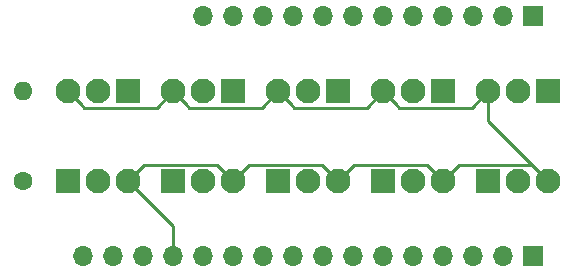
<source format=gbr>
G04 #@! TF.GenerationSoftware,KiCad,Pcbnew,5.1.5-52549c5~84~ubuntu18.04.1*
G04 #@! TF.CreationDate,2020-02-04T21:08:12-05:00*
G04 #@! TF.ProjectId,FeatherWing_KC5,46656174-6865-4725-9769-6e675f4b4335,rev?*
G04 #@! TF.SameCoordinates,Original*
G04 #@! TF.FileFunction,Copper,L2,Bot*
G04 #@! TF.FilePolarity,Positive*
%FSLAX46Y46*%
G04 Gerber Fmt 4.6, Leading zero omitted, Abs format (unit mm)*
G04 Created by KiCad (PCBNEW 5.1.5-52549c5~84~ubuntu18.04.1) date 2020-02-04 21:08:12*
%MOMM*%
%LPD*%
G04 APERTURE LIST*
%ADD10O,1.600000X1.600000*%
%ADD11C,1.600000*%
%ADD12C,2.100000*%
%ADD13R,2.100000X2.100000*%
%ADD14O,1.700000X1.700000*%
%ADD15R,1.700000X1.700000*%
%ADD16C,0.250000*%
G04 APERTURE END LIST*
D10*
X26670000Y-33020000D03*
D11*
X26670000Y-40640000D03*
D12*
X30480000Y-33020000D03*
X33020000Y-33020000D03*
D13*
X35560000Y-33020000D03*
D12*
X39370000Y-33020000D03*
X41910000Y-33020000D03*
D13*
X44450000Y-33020000D03*
D12*
X48260000Y-33020000D03*
X50800000Y-33020000D03*
D13*
X53340000Y-33020000D03*
D12*
X66040000Y-33020000D03*
X68580000Y-33020000D03*
D13*
X71120000Y-33020000D03*
D12*
X57150000Y-33020000D03*
X59690000Y-33020000D03*
D13*
X62230000Y-33020000D03*
D12*
X71120000Y-40640000D03*
X68580000Y-40640000D03*
D13*
X66040000Y-40640000D03*
D12*
X62230000Y-40640000D03*
X59690000Y-40640000D03*
D13*
X57150000Y-40640000D03*
D12*
X53340000Y-40640000D03*
X50800000Y-40640000D03*
D13*
X48260000Y-40640000D03*
D12*
X44450000Y-40640000D03*
X41910000Y-40640000D03*
D13*
X39370000Y-40640000D03*
D12*
X35560000Y-40640000D03*
X33020000Y-40640000D03*
D13*
X30480000Y-40640000D03*
D14*
X31750000Y-46990000D03*
X34290000Y-46990000D03*
X36830000Y-46990000D03*
X39370000Y-46990000D03*
X41910000Y-46990000D03*
X44450000Y-46990000D03*
X46990000Y-46990000D03*
X49530000Y-46990000D03*
X52070000Y-46990000D03*
X54610000Y-46990000D03*
X57150000Y-46990000D03*
X59690000Y-46990000D03*
X62230000Y-46990000D03*
X64770000Y-46990000D03*
X67310000Y-46990000D03*
D15*
X69850000Y-46990000D03*
D14*
X41910000Y-26670000D03*
X44450000Y-26670000D03*
X46990000Y-26670000D03*
X49530000Y-26670000D03*
X52070000Y-26670000D03*
X54610000Y-26670000D03*
X57150000Y-26670000D03*
X59690000Y-26670000D03*
X62230000Y-26670000D03*
X64770000Y-26670000D03*
X67310000Y-26670000D03*
D15*
X69850000Y-26670000D03*
D16*
X39370000Y-44450000D02*
X35560000Y-40640000D01*
X39370000Y-46990000D02*
X39370000Y-44450000D01*
X43400001Y-39590001D02*
X44450000Y-40640000D01*
X43074999Y-39264999D02*
X43400001Y-39590001D01*
X36935001Y-39264999D02*
X43074999Y-39264999D01*
X35560000Y-40640000D02*
X36935001Y-39264999D01*
X52290001Y-39590001D02*
X53340000Y-40640000D01*
X51964999Y-39264999D02*
X52290001Y-39590001D01*
X45825001Y-39264999D02*
X51964999Y-39264999D01*
X44450000Y-40640000D02*
X45825001Y-39264999D01*
X61180001Y-39590001D02*
X62230000Y-40640000D01*
X60854999Y-39264999D02*
X61180001Y-39590001D01*
X54715001Y-39264999D02*
X60854999Y-39264999D01*
X53340000Y-40640000D02*
X54715001Y-39264999D01*
X70070001Y-39590001D02*
X71120000Y-40640000D01*
X69744999Y-39264999D02*
X70070001Y-39590001D01*
X63605001Y-39264999D02*
X69744999Y-39264999D01*
X62230000Y-40640000D02*
X63605001Y-39264999D01*
X71120000Y-40640000D02*
X66040000Y-35560000D01*
X66040000Y-35560000D02*
X66040000Y-33020000D01*
X58199999Y-34069999D02*
X57150000Y-33020000D01*
X58525001Y-34395001D02*
X58199999Y-34069999D01*
X64664999Y-34395001D02*
X58525001Y-34395001D01*
X66040000Y-33020000D02*
X64664999Y-34395001D01*
X49309999Y-34069999D02*
X48260000Y-33020000D01*
X49635001Y-34395001D02*
X49309999Y-34069999D01*
X55774999Y-34395001D02*
X49635001Y-34395001D01*
X57150000Y-33020000D02*
X55774999Y-34395001D01*
X40419999Y-34069999D02*
X39370000Y-33020000D01*
X40745001Y-34395001D02*
X40419999Y-34069999D01*
X46884999Y-34395001D02*
X40745001Y-34395001D01*
X48260000Y-33020000D02*
X46884999Y-34395001D01*
X31529999Y-34069999D02*
X30480000Y-33020000D01*
X31855001Y-34395001D02*
X31529999Y-34069999D01*
X37994999Y-34395001D02*
X31855001Y-34395001D01*
X39370000Y-33020000D02*
X37994999Y-34395001D01*
M02*

</source>
